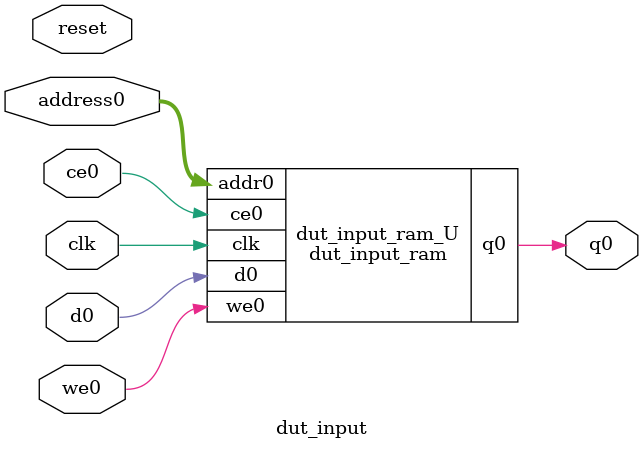
<source format=v>
`timescale 1 ns / 1 ps
module dut_input_ram (addr0, ce0, d0, we0, q0,  clk);

parameter DWIDTH = 1;
parameter AWIDTH = 8;
parameter MEM_SIZE = 256;

input[AWIDTH-1:0] addr0;
input ce0;
input[DWIDTH-1:0] d0;
input we0;
output reg[DWIDTH-1:0] q0;
input clk;

(* ram_style = "distributed" *)reg [DWIDTH-1:0] ram[0:MEM_SIZE-1];




always @(posedge clk)  
begin 
    if (ce0) begin
        if (we0) 
            ram[addr0] <= d0; 
        q0 <= ram[addr0];
    end
end


endmodule

`timescale 1 ns / 1 ps
module dut_input(
    reset,
    clk,
    address0,
    ce0,
    we0,
    d0,
    q0);

parameter DataWidth = 32'd1;
parameter AddressRange = 32'd256;
parameter AddressWidth = 32'd8;
input reset;
input clk;
input[AddressWidth - 1:0] address0;
input ce0;
input we0;
input[DataWidth - 1:0] d0;
output[DataWidth - 1:0] q0;



dut_input_ram dut_input_ram_U(
    .clk( clk ),
    .addr0( address0 ),
    .ce0( ce0 ),
    .we0( we0 ),
    .d0( d0 ),
    .q0( q0 ));

endmodule


</source>
